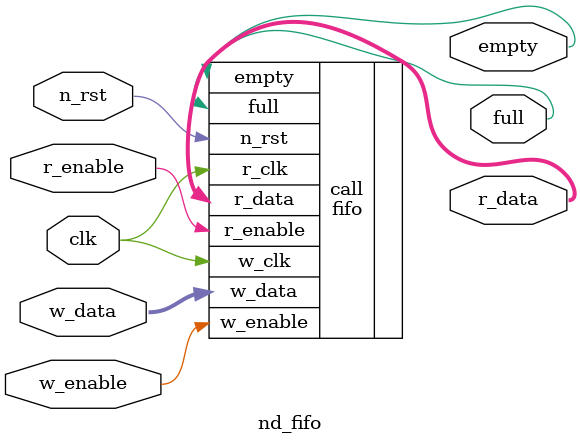
<source format=sv>


module nd_fifo(
	       input wire 	 clk,
	       input wire 	 n_rst,
	       input wire 	 r_enable,
	       input wire 	 w_enable,
	       input wire [7:0]  w_data,
	       output wire [7:0] r_data,
	       output wire 	 empty,
	       output wire 	 full
	       );

   fifo call(
	     .r_clk(clk),
	     .w_clk(clk),
	     .n_rst(n_rst),
	     .r_enable(r_enable),
	     .w_enable(w_enable),
	     .w_data(w_data),
	     .r_data(r_data),
	     .empty(empty),
	     .full(full)
	     );
endmodule

</source>
